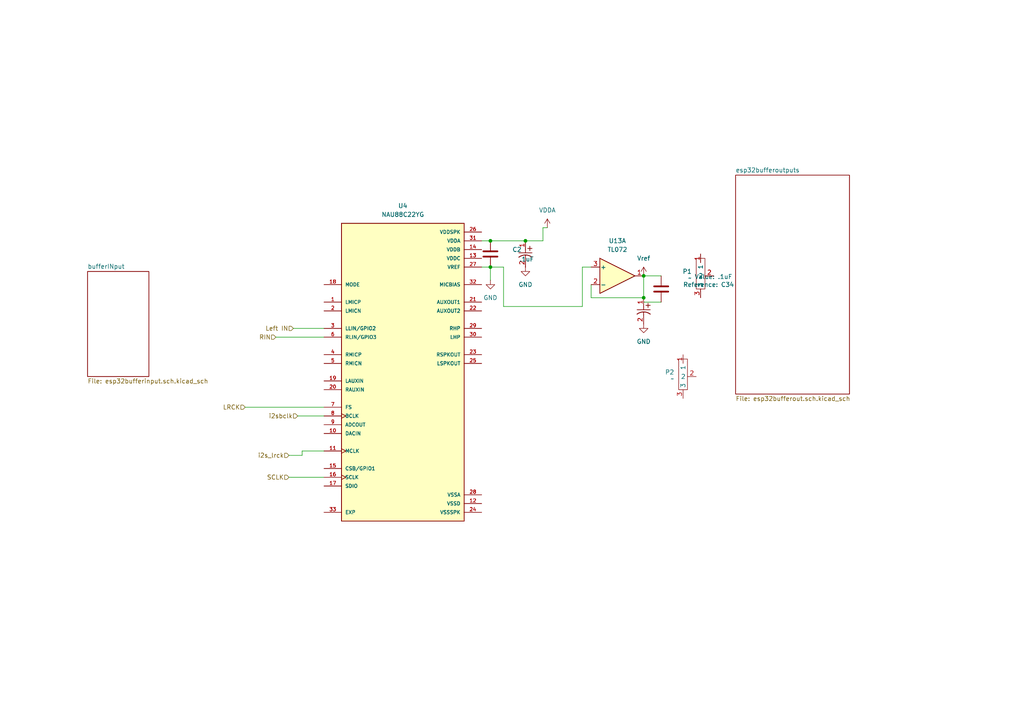
<source format=kicad_sch>
(kicad_sch
	(version 20231120)
	(generator "eeschema")
	(generator_version "8.0")
	(uuid "67002c90-dfcc-4cde-90c5-2154fe4364b2")
	(paper "A4")
	(lib_symbols
		(symbol "Amplifier_Operational:TL072"
			(pin_names
				(offset 0.127)
			)
			(exclude_from_sim no)
			(in_bom yes)
			(on_board yes)
			(property "Reference" "U"
				(at 0 5.08 0)
				(effects
					(font
						(size 1.27 1.27)
					)
					(justify left)
				)
			)
			(property "Value" "TL072"
				(at 0 -5.08 0)
				(effects
					(font
						(size 1.27 1.27)
					)
					(justify left)
				)
			)
			(property "Footprint" ""
				(at 0 0 0)
				(effects
					(font
						(size 1.27 1.27)
					)
					(hide yes)
				)
			)
			(property "Datasheet" "http://www.ti.com/lit/ds/symlink/tl071.pdf"
				(at 0 0 0)
				(effects
					(font
						(size 1.27 1.27)
					)
					(hide yes)
				)
			)
			(property "Description" "Dual Low-Noise JFET-Input Operational Amplifiers, DIP-8/SOIC-8"
				(at 0 0 0)
				(effects
					(font
						(size 1.27 1.27)
					)
					(hide yes)
				)
			)
			(property "ki_locked" ""
				(at 0 0 0)
				(effects
					(font
						(size 1.27 1.27)
					)
				)
			)
			(property "ki_keywords" "dual opamp"
				(at 0 0 0)
				(effects
					(font
						(size 1.27 1.27)
					)
					(hide yes)
				)
			)
			(property "ki_fp_filters" "SOIC*3.9x4.9mm*P1.27mm* DIP*W7.62mm* TO*99* OnSemi*Micro8* TSSOP*3x3mm*P0.65mm* TSSOP*4.4x3mm*P0.65mm* MSOP*3x3mm*P0.65mm* SSOP*3.9x4.9mm*P0.635mm* LFCSP*2x2mm*P0.5mm* *SIP* SOIC*5.3x6.2mm*P1.27mm*"
				(at 0 0 0)
				(effects
					(font
						(size 1.27 1.27)
					)
					(hide yes)
				)
			)
			(symbol "TL072_1_1"
				(polyline
					(pts
						(xy -5.08 5.08) (xy 5.08 0) (xy -5.08 -5.08) (xy -5.08 5.08)
					)
					(stroke
						(width 0.254)
						(type default)
					)
					(fill
						(type background)
					)
				)
				(pin output line
					(at 7.62 0 180)
					(length 2.54)
					(name "~"
						(effects
							(font
								(size 1.27 1.27)
							)
						)
					)
					(number "1"
						(effects
							(font
								(size 1.27 1.27)
							)
						)
					)
				)
				(pin input line
					(at -7.62 -2.54 0)
					(length 2.54)
					(name "-"
						(effects
							(font
								(size 1.27 1.27)
							)
						)
					)
					(number "2"
						(effects
							(font
								(size 1.27 1.27)
							)
						)
					)
				)
				(pin input line
					(at -7.62 2.54 0)
					(length 2.54)
					(name "+"
						(effects
							(font
								(size 1.27 1.27)
							)
						)
					)
					(number "3"
						(effects
							(font
								(size 1.27 1.27)
							)
						)
					)
				)
			)
			(symbol "TL072_2_1"
				(polyline
					(pts
						(xy -5.08 5.08) (xy 5.08 0) (xy -5.08 -5.08) (xy -5.08 5.08)
					)
					(stroke
						(width 0.254)
						(type default)
					)
					(fill
						(type background)
					)
				)
				(pin input line
					(at -7.62 2.54 0)
					(length 2.54)
					(name "+"
						(effects
							(font
								(size 1.27 1.27)
							)
						)
					)
					(number "5"
						(effects
							(font
								(size 1.27 1.27)
							)
						)
					)
				)
				(pin input line
					(at -7.62 -2.54 0)
					(length 2.54)
					(name "-"
						(effects
							(font
								(size 1.27 1.27)
							)
						)
					)
					(number "6"
						(effects
							(font
								(size 1.27 1.27)
							)
						)
					)
				)
				(pin output line
					(at 7.62 0 180)
					(length 2.54)
					(name "~"
						(effects
							(font
								(size 1.27 1.27)
							)
						)
					)
					(number "7"
						(effects
							(font
								(size 1.27 1.27)
							)
						)
					)
				)
			)
			(symbol "TL072_3_1"
				(pin power_in line
					(at -2.54 -7.62 90)
					(length 3.81)
					(name "V-"
						(effects
							(font
								(size 1.27 1.27)
							)
						)
					)
					(number "4"
						(effects
							(font
								(size 1.27 1.27)
							)
						)
					)
				)
				(pin power_in line
					(at -2.54 7.62 270)
					(length 3.81)
					(name "V+"
						(effects
							(font
								(size 1.27 1.27)
							)
						)
					)
					(number "8"
						(effects
							(font
								(size 1.27 1.27)
							)
						)
					)
				)
			)
		)
		(symbol "Device:C"
			(pin_numbers hide)
			(pin_names
				(offset 0.254)
			)
			(exclude_from_sim no)
			(in_bom yes)
			(on_board yes)
			(property "Reference" "C"
				(at 0.635 2.54 0)
				(effects
					(font
						(size 1.27 1.27)
					)
					(justify left)
				)
			)
			(property "Value" "C"
				(at 0.635 -2.54 0)
				(effects
					(font
						(size 1.27 1.27)
					)
					(justify left)
				)
			)
			(property "Footprint" ""
				(at 0.9652 -3.81 0)
				(effects
					(font
						(size 1.27 1.27)
					)
					(hide yes)
				)
			)
			(property "Datasheet" "~"
				(at 0 0 0)
				(effects
					(font
						(size 1.27 1.27)
					)
					(hide yes)
				)
			)
			(property "Description" "Unpolarized capacitor"
				(at 0 0 0)
				(effects
					(font
						(size 1.27 1.27)
					)
					(hide yes)
				)
			)
			(property "ki_keywords" "cap capacitor"
				(at 0 0 0)
				(effects
					(font
						(size 1.27 1.27)
					)
					(hide yes)
				)
			)
			(property "ki_fp_filters" "C_*"
				(at 0 0 0)
				(effects
					(font
						(size 1.27 1.27)
					)
					(hide yes)
				)
			)
			(symbol "C_0_1"
				(polyline
					(pts
						(xy -2.032 -0.762) (xy 2.032 -0.762)
					)
					(stroke
						(width 0.508)
						(type default)
					)
					(fill
						(type none)
					)
				)
				(polyline
					(pts
						(xy -2.032 0.762) (xy 2.032 0.762)
					)
					(stroke
						(width 0.508)
						(type default)
					)
					(fill
						(type none)
					)
				)
			)
			(symbol "C_1_1"
				(pin passive line
					(at 0 3.81 270)
					(length 2.794)
					(name "~"
						(effects
							(font
								(size 1.27 1.27)
							)
						)
					)
					(number "1"
						(effects
							(font
								(size 1.27 1.27)
							)
						)
					)
				)
				(pin passive line
					(at 0 -3.81 90)
					(length 2.794)
					(name "~"
						(effects
							(font
								(size 1.27 1.27)
							)
						)
					)
					(number "2"
						(effects
							(font
								(size 1.27 1.27)
							)
						)
					)
				)
			)
		)
		(symbol "esp32lib:Pot"
			(exclude_from_sim no)
			(in_bom yes)
			(on_board yes)
			(property "Reference" "P"
				(at 2.032 2.286 0)
				(effects
					(font
						(size 1.27 1.27)
					)
				)
			)
			(property "Value" ""
				(at 0 0 0)
				(effects
					(font
						(size 1.27 1.27)
					)
				)
			)
			(property "Footprint" "9mmsonghuie"
				(at 12.192 -5.842 0)
				(effects
					(font
						(size 1.27 1.27)
					)
					(hide yes)
				)
			)
			(property "Datasheet" ""
				(at 0 0 0)
				(effects
					(font
						(size 1.27 1.27)
					)
					(hide yes)
				)
			)
			(property "Description" ""
				(at 0 0 0)
				(effects
					(font
						(size 1.27 1.27)
					)
					(hide yes)
				)
			)
			(property "ki_keywords" "9mmPotSongHuie"
				(at 0 0 0)
				(effects
					(font
						(size 1.27 1.27)
					)
					(hide yes)
				)
			)
			(symbol "Pot_0_1"
				(rectangle
					(start -1.27 3.81)
					(end 1.27 -5.08)
					(stroke
						(width 0)
						(type default)
					)
					(fill
						(type none)
					)
				)
			)
			(symbol "Pot_1_1"
				(pin input line
					(at 0 5.08 270)
					(length 2.54)
					(name "1"
						(effects
							(font
								(size 1.27 1.27)
							)
						)
					)
					(number "1"
						(effects
							(font
								(size 1.27 1.27)
							)
						)
					)
				)
				(pin input line
					(at 3.81 -1.27 180)
					(length 2.54)
					(name "2"
						(effects
							(font
								(size 1.27 1.27)
							)
						)
					)
					(number "2"
						(effects
							(font
								(size 1.27 1.27)
							)
						)
					)
				)
				(pin input line
					(at 0 -7.62 90)
					(length 2.54)
					(name "3"
						(effects
							(font
								(size 1.27 1.27)
							)
						)
					)
					(number "3"
						(effects
							(font
								(size 1.27 1.27)
							)
						)
					)
				)
			)
		)
		(symbol "esp32lib:T491C106M025AT7280"
			(pin_names
				(offset 0.254)
			)
			(exclude_from_sim no)
			(in_bom yes)
			(on_board yes)
			(property "Reference" "C"
				(at 3.81 3.81 0)
				(effects
					(font
						(size 1.524 1.524)
					)
				)
			)
			(property "Value" "T491C106M025AT7280"
				(at 3.81 -3.81 0)
				(effects
					(font
						(size 1.524 1.524)
					)
				)
			)
			(property "Footprint" "customfootprints:10uFtantcap"
				(at 0 0 0)
				(effects
					(font
						(size 1.27 1.27)
						(italic yes)
					)
					(hide yes)
				)
			)
			(property "Datasheet" "T491C106M025AT7280"
				(at 0 0 0)
				(effects
					(font
						(size 1.27 1.27)
						(italic yes)
					)
					(hide yes)
				)
			)
			(property "Description" ""
				(at 0 0 0)
				(effects
					(font
						(size 1.27 1.27)
					)
					(hide yes)
				)
			)
			(property "ki_keywords" "10uFtantcap"
				(at 0 0 0)
				(effects
					(font
						(size 1.27 1.27)
					)
					(hide yes)
				)
			)
			(property "ki_fp_filters" "CAPMP6.3X3.2_2.8N_KEM CAPMP6.3X3.2_2.8N_KEM-M CAPMP6.3X3.2_2.8N_KEM-L"
				(at 0 0 0)
				(effects
					(font
						(size 1.27 1.27)
					)
					(hide yes)
				)
			)
			(symbol "T491C106M025AT7280_1_1"
				(polyline
					(pts
						(xy 1.5748 1.27) (xy 2.8448 1.27)
					)
					(stroke
						(width 0.2032)
						(type default)
					)
					(fill
						(type none)
					)
				)
				(polyline
					(pts
						(xy 2.2098 0.635) (xy 2.2098 1.905)
					)
					(stroke
						(width 0.2032)
						(type default)
					)
					(fill
						(type none)
					)
				)
				(polyline
					(pts
						(xy 2.54 0) (xy 3.4798 0)
					)
					(stroke
						(width 0.2032)
						(type default)
					)
					(fill
						(type none)
					)
				)
				(polyline
					(pts
						(xy 3.4798 -1.905) (xy 3.4798 1.905)
					)
					(stroke
						(width 0.2032)
						(type default)
					)
					(fill
						(type none)
					)
				)
				(polyline
					(pts
						(xy 4.1148 0) (xy 5.08 0)
					)
					(stroke
						(width 0.2032)
						(type default)
					)
					(fill
						(type none)
					)
				)
				(arc
					(start 4.7541 1.9108)
					(mid 4.1148 0)
					(end 4.7541 -1.9108)
					(stroke
						(width 0.254)
						(type default)
					)
					(fill
						(type none)
					)
				)
				(pin unspecified line
					(at 0 0 0)
					(length 2.54)
					(name ""
						(effects
							(font
								(size 1.27 1.27)
							)
						)
					)
					(number "1"
						(effects
							(font
								(size 1.27 1.27)
							)
						)
					)
				)
				(pin unspecified line
					(at 7.62 0 180)
					(length 2.54)
					(name ""
						(effects
							(font
								(size 1.27 1.27)
							)
						)
					)
					(number "2"
						(effects
							(font
								(size 1.27 1.27)
							)
						)
					)
				)
			)
			(symbol "T491C106M025AT7280_1_2"
				(polyline
					(pts
						(xy -1.905 -3.4798) (xy 1.905 -3.4798)
					)
					(stroke
						(width 0.2032)
						(type default)
					)
					(fill
						(type none)
					)
				)
				(polyline
					(pts
						(xy 0 -4.1148) (xy 0 -5.08)
					)
					(stroke
						(width 0.2032)
						(type default)
					)
					(fill
						(type none)
					)
				)
				(polyline
					(pts
						(xy 0 -2.54) (xy 0 -3.4798)
					)
					(stroke
						(width 0.2032)
						(type default)
					)
					(fill
						(type none)
					)
				)
				(polyline
					(pts
						(xy 0.635 -2.2098) (xy 1.905 -2.2098)
					)
					(stroke
						(width 0.2032)
						(type default)
					)
					(fill
						(type none)
					)
				)
				(polyline
					(pts
						(xy 1.27 -1.5748) (xy 1.27 -2.8448)
					)
					(stroke
						(width 0.2032)
						(type default)
					)
					(fill
						(type none)
					)
				)
				(arc
					(start 1.9108 -4.7541)
					(mid 0 -4.1148)
					(end -1.9108 -4.7541)
					(stroke
						(width 0.254)
						(type default)
					)
					(fill
						(type none)
					)
				)
				(pin unspecified line
					(at 0 0 270)
					(length 2.54)
					(name ""
						(effects
							(font
								(size 1.27 1.27)
							)
						)
					)
					(number "1"
						(effects
							(font
								(size 1.27 1.27)
							)
						)
					)
				)
				(pin unspecified line
					(at 0 -7.62 90)
					(length 2.54)
					(name ""
						(effects
							(font
								(size 1.27 1.27)
							)
						)
					)
					(number "2"
						(effects
							(font
								(size 1.27 1.27)
							)
						)
					)
				)
			)
		)
		(symbol "modcaneuro:NAU88C22YG"
			(pin_names
				(offset 1.016)
			)
			(exclude_from_sim no)
			(in_bom yes)
			(on_board yes)
			(property "Reference" "U"
				(at -17.78 45.72 0)
				(effects
					(font
						(size 1.27 1.27)
					)
					(justify left top)
				)
			)
			(property "Value" "NAU88C22YG"
				(at -17.78 -45.72 0)
				(effects
					(font
						(size 1.27 1.27)
					)
					(justify left bottom)
				)
			)
			(property "Footprint" "customfootprints:nau88c22"
				(at 0 0 0)
				(effects
					(font
						(size 1.27 1.27)
					)
					(justify bottom)
					(hide yes)
				)
			)
			(property "Datasheet" ""
				(at 0 0 0)
				(effects
					(font
						(size 1.27 1.27)
					)
					(hide yes)
				)
			)
			(property "Description" ""
				(at 0 0 0)
				(effects
					(font
						(size 1.27 1.27)
					)
					(hide yes)
				)
			)
			(property "PARTREV" "3.3"
				(at 0 0 0)
				(effects
					(font
						(size 1.27 1.27)
					)
					(justify bottom)
					(hide yes)
				)
			)
			(property "STANDARD" "Manufacturer Recommendations"
				(at 0 0 0)
				(effects
					(font
						(size 1.27 1.27)
					)
					(justify bottom)
					(hide yes)
				)
			)
			(property "MAXIMUM_PACKAGE_HEIGHT" "0.80mm"
				(at 0 0 0)
				(effects
					(font
						(size 1.27 1.27)
					)
					(justify bottom)
					(hide yes)
				)
			)
			(property "MANUFACTURER" "Nuvoton"
				(at 0 0 0)
				(effects
					(font
						(size 1.27 1.27)
					)
					(justify bottom)
					(hide yes)
				)
			)
			(symbol "NAU88C22YG_0_0"
				(rectangle
					(start -17.78 -43.18)
					(end 17.78 43.18)
					(stroke
						(width 0.254)
						(type default)
					)
					(fill
						(type background)
					)
				)
				(pin input line
					(at -22.86 20.32 0)
					(length 5.08)
					(name "LMICP"
						(effects
							(font
								(size 1.016 1.016)
							)
						)
					)
					(number "1"
						(effects
							(font
								(size 1.016 1.016)
							)
						)
					)
				)
				(pin input line
					(at -22.86 -17.78 0)
					(length 5.08)
					(name "DACIN"
						(effects
							(font
								(size 1.016 1.016)
							)
						)
					)
					(number "10"
						(effects
							(font
								(size 1.016 1.016)
							)
						)
					)
				)
				(pin input clock
					(at -22.86 -22.86 0)
					(length 5.08)
					(name "MCLK"
						(effects
							(font
								(size 1.016 1.016)
							)
						)
					)
					(number "11"
						(effects
							(font
								(size 1.016 1.016)
							)
						)
					)
				)
				(pin power_in line
					(at 22.86 -38.1 180)
					(length 5.08)
					(name "VSSD"
						(effects
							(font
								(size 1.016 1.016)
							)
						)
					)
					(number "12"
						(effects
							(font
								(size 1.016 1.016)
							)
						)
					)
				)
				(pin power_in line
					(at 22.86 33.02 180)
					(length 5.08)
					(name "VDDC"
						(effects
							(font
								(size 1.016 1.016)
							)
						)
					)
					(number "13"
						(effects
							(font
								(size 1.016 1.016)
							)
						)
					)
				)
				(pin power_in line
					(at 22.86 35.56 180)
					(length 5.08)
					(name "VDDB"
						(effects
							(font
								(size 1.016 1.016)
							)
						)
					)
					(number "14"
						(effects
							(font
								(size 1.016 1.016)
							)
						)
					)
				)
				(pin bidirectional line
					(at -22.86 -27.94 0)
					(length 5.08)
					(name "CSB/GPIO1"
						(effects
							(font
								(size 1.016 1.016)
							)
						)
					)
					(number "15"
						(effects
							(font
								(size 1.016 1.016)
							)
						)
					)
				)
				(pin input clock
					(at -22.86 -30.48 0)
					(length 5.08)
					(name "SCLK"
						(effects
							(font
								(size 1.016 1.016)
							)
						)
					)
					(number "16"
						(effects
							(font
								(size 1.016 1.016)
							)
						)
					)
				)
				(pin bidirectional line
					(at -22.86 -33.02 0)
					(length 5.08)
					(name "SDIO"
						(effects
							(font
								(size 1.016 1.016)
							)
						)
					)
					(number "17"
						(effects
							(font
								(size 1.016 1.016)
							)
						)
					)
				)
				(pin input line
					(at -22.86 25.4 0)
					(length 5.08)
					(name "MODE"
						(effects
							(font
								(size 1.016 1.016)
							)
						)
					)
					(number "18"
						(effects
							(font
								(size 1.016 1.016)
							)
						)
					)
				)
				(pin input line
					(at -22.86 -2.54 0)
					(length 5.08)
					(name "LAUXIN"
						(effects
							(font
								(size 1.016 1.016)
							)
						)
					)
					(number "19"
						(effects
							(font
								(size 1.016 1.016)
							)
						)
					)
				)
				(pin input line
					(at -22.86 17.78 0)
					(length 5.08)
					(name "LMICN"
						(effects
							(font
								(size 1.016 1.016)
							)
						)
					)
					(number "2"
						(effects
							(font
								(size 1.016 1.016)
							)
						)
					)
				)
				(pin input line
					(at -22.86 -5.08 0)
					(length 5.08)
					(name "RAUXIN"
						(effects
							(font
								(size 1.016 1.016)
							)
						)
					)
					(number "20"
						(effects
							(font
								(size 1.016 1.016)
							)
						)
					)
				)
				(pin output line
					(at 22.86 20.32 180)
					(length 5.08)
					(name "AUXOUT1"
						(effects
							(font
								(size 1.016 1.016)
							)
						)
					)
					(number "21"
						(effects
							(font
								(size 1.016 1.016)
							)
						)
					)
				)
				(pin output line
					(at 22.86 17.78 180)
					(length 5.08)
					(name "AUXOUT2"
						(effects
							(font
								(size 1.016 1.016)
							)
						)
					)
					(number "22"
						(effects
							(font
								(size 1.016 1.016)
							)
						)
					)
				)
				(pin output line
					(at 22.86 5.08 180)
					(length 5.08)
					(name "RSPKOUT"
						(effects
							(font
								(size 1.016 1.016)
							)
						)
					)
					(number "23"
						(effects
							(font
								(size 1.016 1.016)
							)
						)
					)
				)
				(pin power_in line
					(at 22.86 -40.64 180)
					(length 5.08)
					(name "VSSSPK"
						(effects
							(font
								(size 1.016 1.016)
							)
						)
					)
					(number "24"
						(effects
							(font
								(size 1.016 1.016)
							)
						)
					)
				)
				(pin output line
					(at 22.86 2.54 180)
					(length 5.08)
					(name "LSPKOUT"
						(effects
							(font
								(size 1.016 1.016)
							)
						)
					)
					(number "25"
						(effects
							(font
								(size 1.016 1.016)
							)
						)
					)
				)
				(pin power_in line
					(at 22.86 40.64 180)
					(length 5.08)
					(name "VDDSPK"
						(effects
							(font
								(size 1.016 1.016)
							)
						)
					)
					(number "26"
						(effects
							(font
								(size 1.016 1.016)
							)
						)
					)
				)
				(pin power_in line
					(at 22.86 30.48 180)
					(length 5.08)
					(name "VREF"
						(effects
							(font
								(size 1.016 1.016)
							)
						)
					)
					(number "27"
						(effects
							(font
								(size 1.016 1.016)
							)
						)
					)
				)
				(pin power_in line
					(at 22.86 -35.56 180)
					(length 5.08)
					(name "VSSA"
						(effects
							(font
								(size 1.016 1.016)
							)
						)
					)
					(number "28"
						(effects
							(font
								(size 1.016 1.016)
							)
						)
					)
				)
				(pin output line
					(at 22.86 12.7 180)
					(length 5.08)
					(name "RHP"
						(effects
							(font
								(size 1.016 1.016)
							)
						)
					)
					(number "29"
						(effects
							(font
								(size 1.016 1.016)
							)
						)
					)
				)
				(pin bidirectional line
					(at -22.86 12.7 0)
					(length 5.08)
					(name "LLIN/GPIO2"
						(effects
							(font
								(size 1.016 1.016)
							)
						)
					)
					(number "3"
						(effects
							(font
								(size 1.016 1.016)
							)
						)
					)
				)
				(pin output line
					(at 22.86 10.16 180)
					(length 5.08)
					(name "LHP"
						(effects
							(font
								(size 1.016 1.016)
							)
						)
					)
					(number "30"
						(effects
							(font
								(size 1.016 1.016)
							)
						)
					)
				)
				(pin power_in line
					(at 22.86 38.1 180)
					(length 5.08)
					(name "VDDA"
						(effects
							(font
								(size 1.016 1.016)
							)
						)
					)
					(number "31"
						(effects
							(font
								(size 1.016 1.016)
							)
						)
					)
				)
				(pin output line
					(at 22.86 25.4 180)
					(length 5.08)
					(name "MICBIAS"
						(effects
							(font
								(size 1.016 1.016)
							)
						)
					)
					(number "32"
						(effects
							(font
								(size 1.016 1.016)
							)
						)
					)
				)
				(pin passive line
					(at -22.86 -40.64 0)
					(length 5.08)
					(name "EXP"
						(effects
							(font
								(size 1.016 1.016)
							)
						)
					)
					(number "33"
						(effects
							(font
								(size 1.016 1.016)
							)
						)
					)
				)
				(pin input line
					(at -22.86 5.08 0)
					(length 5.08)
					(name "RMICP"
						(effects
							(font
								(size 1.016 1.016)
							)
						)
					)
					(number "4"
						(effects
							(font
								(size 1.016 1.016)
							)
						)
					)
				)
				(pin input line
					(at -22.86 2.54 0)
					(length 5.08)
					(name "RMICN"
						(effects
							(font
								(size 1.016 1.016)
							)
						)
					)
					(number "5"
						(effects
							(font
								(size 1.016 1.016)
							)
						)
					)
				)
				(pin bidirectional line
					(at -22.86 10.16 0)
					(length 5.08)
					(name "RLIN/GPIO3"
						(effects
							(font
								(size 1.016 1.016)
							)
						)
					)
					(number "6"
						(effects
							(font
								(size 1.016 1.016)
							)
						)
					)
				)
				(pin bidirectional line
					(at -22.86 -10.16 0)
					(length 5.08)
					(name "FS"
						(effects
							(font
								(size 1.016 1.016)
							)
						)
					)
					(number "7"
						(effects
							(font
								(size 1.016 1.016)
							)
						)
					)
				)
				(pin bidirectional clock
					(at -22.86 -12.7 0)
					(length 5.08)
					(name "BCLK"
						(effects
							(font
								(size 1.016 1.016)
							)
						)
					)
					(number "8"
						(effects
							(font
								(size 1.016 1.016)
							)
						)
					)
				)
				(pin output line
					(at -22.86 -15.24 0)
					(length 5.08)
					(name "ADCOUT"
						(effects
							(font
								(size 1.016 1.016)
							)
						)
					)
					(number "9"
						(effects
							(font
								(size 1.016 1.016)
							)
						)
					)
				)
			)
		)
		(symbol "power:GND"
			(power)
			(pin_numbers hide)
			(pin_names
				(offset 0) hide)
			(exclude_from_sim no)
			(in_bom yes)
			(on_board yes)
			(property "Reference" "#PWR"
				(at 0 -6.35 0)
				(effects
					(font
						(size 1.27 1.27)
					)
					(hide yes)
				)
			)
			(property "Value" "GND"
				(at 0 -3.81 0)
				(effects
					(font
						(size 1.27 1.27)
					)
				)
			)
			(property "Footprint" ""
				(at 0 0 0)
				(effects
					(font
						(size 1.27 1.27)
					)
					(hide yes)
				)
			)
			(property "Datasheet" ""
				(at 0 0 0)
				(effects
					(font
						(size 1.27 1.27)
					)
					(hide yes)
				)
			)
			(property "Description" "Power symbol creates a global label with name \"GND\" , ground"
				(at 0 0 0)
				(effects
					(font
						(size 1.27 1.27)
					)
					(hide yes)
				)
			)
			(property "ki_keywords" "global power"
				(at 0 0 0)
				(effects
					(font
						(size 1.27 1.27)
					)
					(hide yes)
				)
			)
			(symbol "GND_0_1"
				(polyline
					(pts
						(xy 0 0) (xy 0 -1.27) (xy 1.27 -1.27) (xy 0 -2.54) (xy -1.27 -1.27) (xy 0 -1.27)
					)
					(stroke
						(width 0)
						(type default)
					)
					(fill
						(type none)
					)
				)
			)
			(symbol "GND_1_1"
				(pin power_in line
					(at 0 0 270)
					(length 0)
					(name "~"
						(effects
							(font
								(size 1.27 1.27)
							)
						)
					)
					(number "1"
						(effects
							(font
								(size 1.27 1.27)
							)
						)
					)
				)
			)
		)
		(symbol "power:VDD"
			(power)
			(pin_numbers hide)
			(pin_names
				(offset 0) hide)
			(exclude_from_sim no)
			(in_bom yes)
			(on_board yes)
			(property "Reference" "#PWR"
				(at 0 -3.81 0)
				(effects
					(font
						(size 1.27 1.27)
					)
					(hide yes)
				)
			)
			(property "Value" "VDD"
				(at 0 3.556 0)
				(effects
					(font
						(size 1.27 1.27)
					)
				)
			)
			(property "Footprint" ""
				(at 0 0 0)
				(effects
					(font
						(size 1.27 1.27)
					)
					(hide yes)
				)
			)
			(property "Datasheet" ""
				(at 0 0 0)
				(effects
					(font
						(size 1.27 1.27)
					)
					(hide yes)
				)
			)
			(property "Description" "Power symbol creates a global label with name \"VDD\""
				(at 0 0 0)
				(effects
					(font
						(size 1.27 1.27)
					)
					(hide yes)
				)
			)
			(property "ki_keywords" "global power"
				(at 0 0 0)
				(effects
					(font
						(size 1.27 1.27)
					)
					(hide yes)
				)
			)
			(symbol "VDD_0_1"
				(polyline
					(pts
						(xy -0.762 1.27) (xy 0 2.54)
					)
					(stroke
						(width 0)
						(type default)
					)
					(fill
						(type none)
					)
				)
				(polyline
					(pts
						(xy 0 0) (xy 0 2.54)
					)
					(stroke
						(width 0)
						(type default)
					)
					(fill
						(type none)
					)
				)
				(polyline
					(pts
						(xy 0 2.54) (xy 0.762 1.27)
					)
					(stroke
						(width 0)
						(type default)
					)
					(fill
						(type none)
					)
				)
			)
			(symbol "VDD_1_1"
				(pin power_in line
					(at 0 0 90)
					(length 0)
					(name "~"
						(effects
							(font
								(size 1.27 1.27)
							)
						)
					)
					(number "1"
						(effects
							(font
								(size 1.27 1.27)
							)
						)
					)
				)
			)
		)
		(symbol "power:VDDA"
			(power)
			(pin_numbers hide)
			(pin_names
				(offset 0) hide)
			(exclude_from_sim no)
			(in_bom yes)
			(on_board yes)
			(property "Reference" "#PWR"
				(at 0 -3.81 0)
				(effects
					(font
						(size 1.27 1.27)
					)
					(hide yes)
				)
			)
			(property "Value" "VDDA"
				(at 0 3.556 0)
				(effects
					(font
						(size 1.27 1.27)
					)
				)
			)
			(property "Footprint" ""
				(at 0 0 0)
				(effects
					(font
						(size 1.27 1.27)
					)
					(hide yes)
				)
			)
			(property "Datasheet" ""
				(at 0 0 0)
				(effects
					(font
						(size 1.27 1.27)
					)
					(hide yes)
				)
			)
			(property "Description" "Power symbol creates a global label with name \"VDDA\""
				(at 0 0 0)
				(effects
					(font
						(size 1.27 1.27)
					)
					(hide yes)
				)
			)
			(property "ki_keywords" "global power"
				(at 0 0 0)
				(effects
					(font
						(size 1.27 1.27)
					)
					(hide yes)
				)
			)
			(symbol "VDDA_0_1"
				(polyline
					(pts
						(xy -0.762 1.27) (xy 0 2.54)
					)
					(stroke
						(width 0)
						(type default)
					)
					(fill
						(type none)
					)
				)
				(polyline
					(pts
						(xy 0 0) (xy 0 2.54)
					)
					(stroke
						(width 0)
						(type default)
					)
					(fill
						(type none)
					)
				)
				(polyline
					(pts
						(xy 0 2.54) (xy 0.762 1.27)
					)
					(stroke
						(width 0)
						(type default)
					)
					(fill
						(type none)
					)
				)
			)
			(symbol "VDDA_1_1"
				(pin power_in line
					(at 0 0 90)
					(length 0)
					(name "~"
						(effects
							(font
								(size 1.27 1.27)
							)
						)
					)
					(number "1"
						(effects
							(font
								(size 1.27 1.27)
							)
						)
					)
				)
			)
		)
	)
	(junction
		(at 186.69 86.36)
		(diameter 0)
		(color 0 0 0 0)
		(uuid "2ac97056-bd45-4c5c-a7ba-0597ed28cac2")
	)
	(junction
		(at 142.24 69.85)
		(diameter 0)
		(color 0 0 0 0)
		(uuid "4de0ec7e-5fcc-4c15-b10e-a8aa79707fd5")
	)
	(junction
		(at 186.69 80.01)
		(diameter 0)
		(color 0 0 0 0)
		(uuid "9d5e978e-26ac-4096-bc73-6e95f69ddb69")
	)
	(junction
		(at 142.24 77.47)
		(diameter 0)
		(color 0 0 0 0)
		(uuid "b84099e9-50c0-4bb1-b617-7f82b858e27f")
	)
	(junction
		(at 152.4 69.85)
		(diameter 0)
		(color 0 0 0 0)
		(uuid "d55011d1-2fd0-4226-b75a-001d51515b35")
	)
	(wire
		(pts
			(xy 157.48 66.04) (xy 158.75 66.04)
		)
		(stroke
			(width 0)
			(type default)
		)
		(uuid "07bbf945-0fbe-452b-889b-f94f3dc22d1d")
	)
	(wire
		(pts
			(xy 142.24 77.47) (xy 146.05 77.47)
		)
		(stroke
			(width 0)
			(type default)
		)
		(uuid "3b51fb2a-3ccb-4e6e-a2c0-62360ac0050a")
	)
	(wire
		(pts
			(xy 186.69 80.01) (xy 191.77 80.01)
		)
		(stroke
			(width 0)
			(type default)
		)
		(uuid "419edb4f-ca50-4959-a2bf-55a0e8699f77")
	)
	(wire
		(pts
			(xy 87.63 132.08) (xy 87.63 130.81)
		)
		(stroke
			(width 0)
			(type default)
		)
		(uuid "424a139c-082c-4c42-85bd-61b16a4bec97")
	)
	(wire
		(pts
			(xy 171.45 82.55) (xy 171.45 86.36)
		)
		(stroke
			(width 0)
			(type default)
		)
		(uuid "51ccd108-a022-48fc-8c14-bbdd6d97aa30")
	)
	(wire
		(pts
			(xy 157.48 66.04) (xy 157.48 69.85)
		)
		(stroke
			(width 0)
			(type default)
		)
		(uuid "581832f5-9f02-407a-80c0-81f7a4ceebe9")
	)
	(wire
		(pts
			(xy 171.45 86.36) (xy 186.69 86.36)
		)
		(stroke
			(width 0)
			(type default)
		)
		(uuid "60ac5673-c90a-40ef-a2fc-b65e7c298a3a")
	)
	(wire
		(pts
			(xy 87.63 130.81) (xy 93.98 130.81)
		)
		(stroke
			(width 0)
			(type default)
		)
		(uuid "653ccb6d-9b59-45fd-a4e4-23f42bd38470")
	)
	(wire
		(pts
			(xy 186.69 87.63) (xy 191.77 87.63)
		)
		(stroke
			(width 0)
			(type default)
		)
		(uuid "66bac325-214d-4e60-9ff5-5e12dc93cfe4")
	)
	(wire
		(pts
			(xy 83.82 138.43) (xy 93.98 138.43)
		)
		(stroke
			(width 0)
			(type default)
		)
		(uuid "67ff0f8f-58c5-41c0-b853-b561a1b6f0c7")
	)
	(wire
		(pts
			(xy 139.7 69.85) (xy 142.24 69.85)
		)
		(stroke
			(width 0)
			(type default)
		)
		(uuid "6b539910-e550-4b45-87f0-80fd79bd3eec")
	)
	(wire
		(pts
			(xy 71.12 118.11) (xy 93.98 118.11)
		)
		(stroke
			(width 0)
			(type default)
		)
		(uuid "6de7fd66-28a2-4084-a621-6490dc0ff589")
	)
	(wire
		(pts
			(xy 139.7 77.47) (xy 142.24 77.47)
		)
		(stroke
			(width 0)
			(type default)
		)
		(uuid "793ebb4e-87e7-410b-867c-f3a698920b7e")
	)
	(wire
		(pts
			(xy 86.36 120.65) (xy 93.98 120.65)
		)
		(stroke
			(width 0)
			(type default)
		)
		(uuid "7de2dfb3-9e04-4adc-b986-a10a178568e2")
	)
	(wire
		(pts
			(xy 186.69 86.36) (xy 186.69 80.01)
		)
		(stroke
			(width 0)
			(type default)
		)
		(uuid "8d0d3d08-261b-4e93-9a84-6633dcd6b17e")
	)
	(wire
		(pts
			(xy 146.05 88.9) (xy 168.91 88.9)
		)
		(stroke
			(width 0)
			(type default)
		)
		(uuid "a0555611-a027-42dd-8060-d04140d918e9")
	)
	(wire
		(pts
			(xy 85.09 95.25) (xy 93.98 95.25)
		)
		(stroke
			(width 0)
			(type default)
		)
		(uuid "a5088b8a-c9d1-4ddb-82ff-cf3d1d6cc4de")
	)
	(wire
		(pts
			(xy 168.91 77.47) (xy 171.45 77.47)
		)
		(stroke
			(width 0)
			(type default)
		)
		(uuid "a8dc04c2-6516-4fb3-9e8f-f55e0e6d0f3a")
	)
	(wire
		(pts
			(xy 83.82 132.08) (xy 87.63 132.08)
		)
		(stroke
			(width 0)
			(type default)
		)
		(uuid "ae654c9d-5d35-4d8b-b412-31978909da4e")
	)
	(wire
		(pts
			(xy 146.05 77.47) (xy 146.05 88.9)
		)
		(stroke
			(width 0)
			(type default)
		)
		(uuid "c60326b0-31a8-4ad5-8593-9ed0d056631f")
	)
	(wire
		(pts
			(xy 142.24 81.28) (xy 142.24 77.47)
		)
		(stroke
			(width 0)
			(type default)
		)
		(uuid "da50864e-9517-4adc-aeb3-57ed93ee09a2")
	)
	(wire
		(pts
			(xy 80.01 97.79) (xy 93.98 97.79)
		)
		(stroke
			(width 0)
			(type default)
		)
		(uuid "dba2ea1b-f712-4334-b65d-f4249d0f354b")
	)
	(wire
		(pts
			(xy 168.91 88.9) (xy 168.91 77.47)
		)
		(stroke
			(width 0)
			(type default)
		)
		(uuid "dcf34052-9ed5-45a6-a0b2-c0391efa69eb")
	)
	(wire
		(pts
			(xy 157.48 69.85) (xy 152.4 69.85)
		)
		(stroke
			(width 0)
			(type default)
		)
		(uuid "f9396d1c-8c6b-4bc1-9c3a-5f3130de0d17")
	)
	(wire
		(pts
			(xy 142.24 69.85) (xy 152.4 69.85)
		)
		(stroke
			(width 0)
			(type default)
		)
		(uuid "f9e3070d-e4c9-4d59-b378-1e7c9c180c35")
	)
	(hierarchical_label "RIN"
		(shape input)
		(at 80.01 97.79 180)
		(effects
			(font
				(size 1.27 1.27)
			)
			(justify right)
		)
		(uuid "0607ee7c-3fff-4259-b296-c2f4f9cdf1c3")
	)
	(hierarchical_label "LRCK"
		(shape input)
		(at 71.12 118.11 180)
		(effects
			(font
				(size 1.27 1.27)
			)
			(justify right)
		)
		(uuid "10b37629-b2b0-4408-b25b-33e81c316808")
	)
	(hierarchical_label "i2sbclk"
		(shape input)
		(at 86.36 120.65 180)
		(effects
			(font
				(size 1.27 1.27)
			)
			(justify right)
		)
		(uuid "27103d58-35ba-4d00-91ba-7cd62e520875")
	)
	(hierarchical_label "Left IN"
		(shape input)
		(at 85.09 95.25 180)
		(effects
			(font
				(size 1.27 1.27)
			)
			(justify right)
		)
		(uuid "8ca32647-1b53-49b1-a2a6-51d4e166962f")
	)
	(hierarchical_label "SCLK"
		(shape input)
		(at 83.82 138.43 180)
		(effects
			(font
				(size 1.27 1.27)
			)
			(justify right)
		)
		(uuid "aa19e1e5-3629-4538-b9cc-27525b6b4637")
	)
	(hierarchical_label "i2s_lrck"
		(shape input)
		(at 83.82 132.08 180)
		(effects
			(font
				(size 1.27 1.27)
			)
			(justify right)
		)
		(uuid "b1ed06ba-d530-4298-a7a7-dd0ab64db464")
	)
	(symbol
		(lib_id "esp32lib:Pot")
		(at 198.12 107.95 0)
		(unit 1)
		(exclude_from_sim no)
		(in_bom yes)
		(on_board yes)
		(dnp no)
		(fields_autoplaced yes)
		(uuid "0a083c5f-31e1-4a57-8e0f-246ef55b6057")
		(property "Reference" "P2"
			(at 195.58 107.9499 0)
			(effects
				(font
					(size 1.27 1.27)
				)
				(justify right)
			)
		)
		(property "Value" "~"
			(at 195.58 109.855 0)
			(effects
				(font
					(size 1.27 1.27)
				)
				(justify right)
			)
		)
		(property "Footprint" "9mmsonghuie"
			(at 210.312 113.792 0)
			(effects
				(font
					(size 1.27 1.27)
				)
				(hide yes)
			)
		)
		(property "Datasheet" ""
			(at 198.12 107.95 0)
			(effects
				(font
					(size 1.27 1.27)
				)
				(hide yes)
			)
		)
		(property "Description" ""
			(at 198.12 107.95 0)
			(effects
				(font
					(size 1.27 1.27)
				)
				(hide yes)
			)
		)
		(pin "3"
			(uuid "a63867fb-4205-4319-a0bf-b15a4b6b8c11")
		)
		(pin "1"
			(uuid "90bbc372-5ed8-4a7b-87b3-0ebd032ae13d")
		)
		(pin "2"
			(uuid "348efd7f-bbe7-4563-bf5e-bbae01ab4663")
		)
		(instances
			(project ""
				(path "/c4754426-a41b-4341-9d09-2e389619f3d6/32d637b3-b81c-4082-b7fa-739e0cc157fd"
					(reference "P2")
					(unit 1)
				)
			)
		)
	)
	(symbol
		(lib_id "esp32lib:T491C106M025AT7280")
		(at 186.69 86.36 270)
		(unit 1)
		(exclude_from_sim no)
		(in_bom yes)
		(on_board yes)
		(dnp no)
		(fields_autoplaced yes)
		(uuid "2eb9c42d-8467-4ecb-82ef-d5629b957a60")
		(property "Reference" "C33"
			(at 190.5 88.4173 90)
			(effects
				(font
					(size 1.524 1.524)
				)
				(justify left)
				(hide yes)
			)
		)
		(property "Value" "47uF"
			(at 190.5 90.9573 90)
			(effects
				(font
					(size 1.524 1.524)
				)
				(justify left)
				(hide yes)
			)
		)
		(property "Footprint" "customfootprints:10uFtantcap"
			(at 186.69 86.36 0)
			(effects
				(font
					(size 1.27 1.27)
					(italic yes)
				)
				(hide yes)
			)
		)
		(property "Datasheet" "T491C106M025AT7280"
			(at 186.69 86.36 0)
			(effects
				(font
					(size 1.27 1.27)
					(italic yes)
				)
				(hide yes)
			)
		)
		(property "Description" ""
			(at 186.69 86.36 0)
			(effects
				(font
					(size 1.27 1.27)
				)
				(hide yes)
			)
		)
		(pin "1"
			(uuid "238ee98e-5ced-483e-b813-422cd721b307")
		)
		(pin "2"
			(uuid "917c127a-7057-40b8-af75-a13b4d724dc2")
		)
		(instances
			(project "esp32"
				(path "/c4754426-a41b-4341-9d09-2e389619f3d6/32d637b3-b81c-4082-b7fa-739e0cc157fd"
					(reference "C33")
					(unit 1)
				)
			)
		)
	)
	(symbol
		(lib_id "Amplifier_Operational:TL072")
		(at 179.07 80.01 0)
		(unit 1)
		(exclude_from_sim no)
		(in_bom yes)
		(on_board yes)
		(dnp no)
		(fields_autoplaced yes)
		(uuid "47cea224-d8a1-42e6-b7ce-63072a63c083")
		(property "Reference" "U13"
			(at 179.07 69.85 0)
			(effects
				(font
					(size 1.27 1.27)
				)
			)
		)
		(property "Value" "TL072"
			(at 179.07 72.39 0)
			(effects
				(font
					(size 1.27 1.27)
				)
			)
		)
		(property "Footprint" ""
			(at 179.07 80.01 0)
			(effects
				(font
					(size 1.27 1.27)
				)
				(hide yes)
			)
		)
		(property "Datasheet" "http://www.ti.com/lit/ds/symlink/tl071.pdf"
			(at 179.07 80.01 0)
			(effects
				(font
					(size 1.27 1.27)
				)
				(hide yes)
			)
		)
		(property "Description" "Dual Low-Noise JFET-Input Operational Amplifiers, DIP-8/SOIC-8"
			(at 179.07 80.01 0)
			(effects
				(font
					(size 1.27 1.27)
				)
				(hide yes)
			)
		)
		(pin "2"
			(uuid "30f212db-f100-4088-963e-411852a16083")
		)
		(pin "1"
			(uuid "c23d782f-1b75-466d-80c2-def72d8b6e6b")
		)
		(pin "3"
			(uuid "04147932-72f3-4528-bdee-c32e891f3ef8")
		)
		(pin "4"
			(uuid "fde92bf7-7bd3-4435-a9fd-fd6ab8d7278a")
		)
		(pin "6"
			(uuid "f6ad80b9-9fcd-4cee-84d4-bb1246f74275")
		)
		(pin "5"
			(uuid "08905bed-9062-40ae-a496-bc98dc9b3b7b")
		)
		(pin "7"
			(uuid "7f574378-c96a-43d3-8042-d67cd01620da")
		)
		(pin "8"
			(uuid "a88e3abe-e95c-43f4-bf3d-1c0d0caa2884")
		)
		(instances
			(project ""
				(path "/c4754426-a41b-4341-9d09-2e389619f3d6/32d637b3-b81c-4082-b7fa-739e0cc157fd"
					(reference "U13")
					(unit 1)
				)
			)
		)
	)
	(symbol
		(lib_id "Device:C")
		(at 191.77 83.82 0)
		(unit 1)
		(exclude_from_sim no)
		(in_bom yes)
		(on_board yes)
		(dnp no)
		(uuid "498fe1dd-3b59-483a-af25-8121264cf23d")
		(property "Reference" "C34"
			(at 198.12 82.5499 0)
			(show_name yes)
			(effects
				(font
					(size 1.27 1.27)
				)
				(justify left)
			)
		)
		(property "Value" ".1uF"
			(at 201.422 80.264 0)
			(show_name yes)
			(effects
				(font
					(size 1.27 1.27)
				)
				(justify left)
			)
		)
		(property "Footprint" "Capacitor_SMD:C_0201_0603Metric"
			(at 192.7352 87.63 0)
			(effects
				(font
					(size 1.27 1.27)
				)
				(hide yes)
			)
		)
		(property "Datasheet" "~"
			(at 191.77 83.82 0)
			(effects
				(font
					(size 1.27 1.27)
				)
				(hide yes)
			)
		)
		(property "Description" "Unpolarized capacitor"
			(at 191.77 83.82 0)
			(effects
				(font
					(size 1.27 1.27)
				)
				(hide yes)
			)
		)
		(pin "1"
			(uuid "91b229a6-30e2-41d4-8fb8-de0e10d5e6e4")
		)
		(pin "2"
			(uuid "784a3f57-dacc-4102-b31a-d160192fd7d7")
		)
		(instances
			(project "esp32"
				(path "/c4754426-a41b-4341-9d09-2e389619f3d6/32d637b3-b81c-4082-b7fa-739e0cc157fd"
					(reference "C34")
					(unit 1)
				)
			)
		)
	)
	(symbol
		(lib_id "power:VDDA")
		(at 158.75 66.04 0)
		(unit 1)
		(exclude_from_sim no)
		(in_bom yes)
		(on_board yes)
		(dnp no)
		(fields_autoplaced yes)
		(uuid "653f7219-e843-445b-95ca-df7c2718bf97")
		(property "Reference" "#PWR17"
			(at 158.75 69.85 0)
			(effects
				(font
					(size 1.27 1.27)
				)
				(hide yes)
			)
		)
		(property "Value" "VDDA"
			(at 158.75 60.96 0)
			(effects
				(font
					(size 1.27 1.27)
				)
			)
		)
		(property "Footprint" ""
			(at 158.75 66.04 0)
			(effects
				(font
					(size 1.27 1.27)
				)
				(hide yes)
			)
		)
		(property "Datasheet" ""
			(at 158.75 66.04 0)
			(effects
				(font
					(size 1.27 1.27)
				)
				(hide yes)
			)
		)
		(property "Description" "Power symbol creates a global label with name \"VDDA\""
			(at 158.75 66.04 0)
			(effects
				(font
					(size 1.27 1.27)
				)
				(hide yes)
			)
		)
		(pin "1"
			(uuid "0380291d-edcf-45b5-9a32-6f8c2a906ad0")
		)
		(instances
			(project ""
				(path "/c4754426-a41b-4341-9d09-2e389619f3d6/32d637b3-b81c-4082-b7fa-739e0cc157fd"
					(reference "#PWR17")
					(unit 1)
				)
			)
		)
	)
	(symbol
		(lib_id "power:GND")
		(at 142.24 81.28 0)
		(unit 1)
		(exclude_from_sim no)
		(in_bom yes)
		(on_board yes)
		(dnp no)
		(fields_autoplaced yes)
		(uuid "91ca41f6-9628-4b0d-8c1b-f658587939ab")
		(property "Reference" "#PWR19"
			(at 142.24 87.63 0)
			(effects
				(font
					(size 1.27 1.27)
				)
				(hide yes)
			)
		)
		(property "Value" "GND"
			(at 142.24 86.36 0)
			(effects
				(font
					(size 1.27 1.27)
				)
			)
		)
		(property "Footprint" ""
			(at 142.24 81.28 0)
			(effects
				(font
					(size 1.27 1.27)
				)
				(hide yes)
			)
		)
		(property "Datasheet" ""
			(at 142.24 81.28 0)
			(effects
				(font
					(size 1.27 1.27)
				)
				(hide yes)
			)
		)
		(property "Description" "Power symbol creates a global label with name \"GND\" , ground"
			(at 142.24 81.28 0)
			(effects
				(font
					(size 1.27 1.27)
				)
				(hide yes)
			)
		)
		(pin "1"
			(uuid "bb5a7083-424d-42c7-818e-1700325ad7e7")
		)
		(instances
			(project ""
				(path "/c4754426-a41b-4341-9d09-2e389619f3d6/32d637b3-b81c-4082-b7fa-739e0cc157fd"
					(reference "#PWR19")
					(unit 1)
				)
			)
		)
	)
	(symbol
		(lib_id "power:GND")
		(at 152.4 77.47 0)
		(unit 1)
		(exclude_from_sim no)
		(in_bom yes)
		(on_board yes)
		(dnp no)
		(fields_autoplaced yes)
		(uuid "9ea2ffdd-8b60-4a10-89fc-ead7a6af8a32")
		(property "Reference" "#PWR18"
			(at 152.4 83.82 0)
			(effects
				(font
					(size 1.27 1.27)
				)
				(hide yes)
			)
		)
		(property "Value" "GND"
			(at 152.4 82.55 0)
			(effects
				(font
					(size 1.27 1.27)
				)
			)
		)
		(property "Footprint" ""
			(at 152.4 77.47 0)
			(effects
				(font
					(size 1.27 1.27)
				)
				(hide yes)
			)
		)
		(property "Datasheet" ""
			(at 152.4 77.47 0)
			(effects
				(font
					(size 1.27 1.27)
				)
				(hide yes)
			)
		)
		(property "Description" "Power symbol creates a global label with name \"GND\" , ground"
			(at 152.4 77.47 0)
			(effects
				(font
					(size 1.27 1.27)
				)
				(hide yes)
			)
		)
		(pin "1"
			(uuid "cd00c439-61fb-4981-a3e2-59da4301878c")
		)
		(instances
			(project ""
				(path "/c4754426-a41b-4341-9d09-2e389619f3d6/32d637b3-b81c-4082-b7fa-739e0cc157fd"
					(reference "#PWR18")
					(unit 1)
				)
			)
		)
	)
	(symbol
		(lib_id "esp32lib:T491C106M025AT7280")
		(at 152.4 69.85 270)
		(unit 1)
		(exclude_from_sim no)
		(in_bom yes)
		(on_board yes)
		(dnp no)
		(fields_autoplaced yes)
		(uuid "a3ba709e-9f48-4664-b8d3-ecd192f2edbe")
		(property "Reference" "C8"
			(at 156.21 71.9073 90)
			(effects
				(font
					(size 1.524 1.524)
				)
				(justify left)
				(hide yes)
			)
		)
		(property "Value" "47uF"
			(at 156.21 74.4473 90)
			(effects
				(font
					(size 1.524 1.524)
				)
				(justify left)
				(hide yes)
			)
		)
		(property "Footprint" "customfootprints:10uFtantcap"
			(at 152.4 69.85 0)
			(effects
				(font
					(size 1.27 1.27)
					(italic yes)
				)
				(hide yes)
			)
		)
		(property "Datasheet" "T491C106M025AT7280"
			(at 152.4 69.85 0)
			(effects
				(font
					(size 1.27 1.27)
					(italic yes)
				)
				(hide yes)
			)
		)
		(property "Description" ""
			(at 152.4 69.85 0)
			(effects
				(font
					(size 1.27 1.27)
				)
				(hide yes)
			)
		)
		(pin "1"
			(uuid "7b8a3243-7133-45f6-b8c2-8941797e83a6")
		)
		(pin "2"
			(uuid "3eef86f8-4a6e-416c-b066-f12352e269eb")
		)
		(instances
			(project "esp32"
				(path "/c4754426-a41b-4341-9d09-2e389619f3d6/32d637b3-b81c-4082-b7fa-739e0cc157fd"
					(reference "C8")
					(unit 1)
				)
			)
		)
	)
	(symbol
		(lib_id "modcaneuro:NAU88C22YG")
		(at 116.84 107.95 0)
		(unit 1)
		(exclude_from_sim no)
		(in_bom yes)
		(on_board yes)
		(dnp no)
		(fields_autoplaced yes)
		(uuid "c905372a-e0eb-424c-8c07-aac272329c96")
		(property "Reference" "U4"
			(at 116.84 59.69 0)
			(effects
				(font
					(size 1.27 1.27)
				)
			)
		)
		(property "Value" "NAU88C22YG"
			(at 116.84 62.23 0)
			(effects
				(font
					(size 1.27 1.27)
				)
			)
		)
		(property "Footprint" "customfootprints:nau88c22"
			(at 116.84 107.95 0)
			(effects
				(font
					(size 1.27 1.27)
				)
				(justify bottom)
				(hide yes)
			)
		)
		(property "Datasheet" ""
			(at 116.84 107.95 0)
			(effects
				(font
					(size 1.27 1.27)
				)
				(hide yes)
			)
		)
		(property "Description" ""
			(at 116.84 107.95 0)
			(effects
				(font
					(size 1.27 1.27)
				)
				(hide yes)
			)
		)
		(property "PARTREV" "3.3"
			(at 116.84 107.95 0)
			(effects
				(font
					(size 1.27 1.27)
				)
				(justify bottom)
				(hide yes)
			)
		)
		(property "STANDARD" "Manufacturer Recommendations"
			(at 116.84 107.95 0)
			(effects
				(font
					(size 1.27 1.27)
				)
				(justify bottom)
				(hide yes)
			)
		)
		(property "MAXIMUM_PACKAGE_HEIGHT" "0.80mm"
			(at 116.84 107.95 0)
			(effects
				(font
					(size 1.27 1.27)
				)
				(justify bottom)
				(hide yes)
			)
		)
		(property "MANUFACTURER" "Nuvoton"
			(at 116.84 107.95 0)
			(effects
				(font
					(size 1.27 1.27)
				)
				(justify bottom)
				(hide yes)
			)
		)
		(pin "21"
			(uuid "5e77bce1-a60f-449b-9c4c-11cba8cc95cc")
		)
		(pin "26"
			(uuid "40419b54-4ccb-4d7b-9a56-9fc9f84f4181")
		)
		(pin "11"
			(uuid "e6bd2a87-5ba8-4323-bc69-a0db6156a167")
		)
		(pin "12"
			(uuid "f633840a-6938-4f29-8981-a0a71c846769")
		)
		(pin "13"
			(uuid "2d34854c-76ba-4ce1-b097-53e1ffe86627")
		)
		(pin "14"
			(uuid "8bdbc646-4974-4302-9481-6466ffddc58c")
		)
		(pin "15"
			(uuid "b20986aa-5c0f-4b98-9851-c78cf04319be")
		)
		(pin "17"
			(uuid "2c437b01-12b0-45f8-ae3f-8e8d88c40f32")
		)
		(pin "19"
			(uuid "8869ffb7-0297-41f8-aa80-7cf829241d2f")
		)
		(pin "2"
			(uuid "09a78ec0-d6a1-4174-a9b3-d0767c76b19a")
		)
		(pin "20"
			(uuid "b70b067b-ef48-46a2-b5cb-f160ab375e74")
		)
		(pin "23"
			(uuid "d9c9859f-3ae0-443c-89b9-5bc69ddd012c")
		)
		(pin "25"
			(uuid "6c7d5efe-9dc4-4e5f-b90b-63aefae9cf63")
		)
		(pin "22"
			(uuid "1fdc9be3-c58c-48c3-9d52-96dbdca3f2d2")
		)
		(pin "1"
			(uuid "f4aa09a9-3897-4a82-881f-d388406264a9")
		)
		(pin "24"
			(uuid "3aeba074-7836-4d80-be3a-f960e954fd78")
		)
		(pin "16"
			(uuid "9dcd798d-89d0-4720-bdf8-d794b1c2fa8c")
		)
		(pin "18"
			(uuid "4d7e8e9c-53d9-4161-9d69-2d58e5cc8f84")
		)
		(pin "10"
			(uuid "f2aaf576-840a-4a7b-b28e-f6e5f7bb9889")
		)
		(pin "27"
			(uuid "1c5316fe-c975-4fa0-994a-fcfaaeaacdd8")
		)
		(pin "28"
			(uuid "49d58cc0-dc48-4ee5-a1fb-d8c24df8043b")
		)
		(pin "29"
			(uuid "3826bab5-be25-47f6-a3af-9c1492640243")
		)
		(pin "3"
			(uuid "9dd8a432-9c11-41ca-b7ec-42d37e16c0d0")
		)
		(pin "30"
			(uuid "dbbe1b5e-10f0-45bb-9668-878a92fda133")
		)
		(pin "31"
			(uuid "74fc72b2-6e7a-4220-becb-dda774b65a42")
		)
		(pin "32"
			(uuid "3cebe68c-6850-42ce-98a2-bc33dcf2f27e")
		)
		(pin "33"
			(uuid "5568441c-728a-494f-af64-e818b8f752a4")
		)
		(pin "4"
			(uuid "2986f08a-b449-40c9-abd6-704df464a47f")
		)
		(pin "9"
			(uuid "115996e5-6b55-4953-8c1b-2264cc7a3e0c")
		)
		(pin "5"
			(uuid "b94faf88-6145-4210-b28a-fc43113ff303")
		)
		(pin "7"
			(uuid "49102283-f4e0-4eb4-a1d6-89ba402be310")
		)
		(pin "8"
			(uuid "89c6a03a-e427-47c2-bf45-6dba75f7bc64")
		)
		(pin "6"
			(uuid "6e3bf797-437a-42da-af6c-f4bc2a311a8c")
		)
		(instances
			(project ""
				(path "/c4754426-a41b-4341-9d09-2e389619f3d6/32d637b3-b81c-4082-b7fa-739e0cc157fd"
					(reference "U4")
					(unit 1)
				)
			)
		)
	)
	(symbol
		(lib_id "power:VDD")
		(at 186.69 80.01 0)
		(unit 1)
		(exclude_from_sim no)
		(in_bom yes)
		(on_board yes)
		(dnp no)
		(fields_autoplaced yes)
		(uuid "d3128b82-9003-4c8f-aab6-af3539364042")
		(property "Reference" "#PWR70"
			(at 186.69 83.82 0)
			(effects
				(font
					(size 1.27 1.27)
				)
				(hide yes)
			)
		)
		(property "Value" "Vref"
			(at 186.69 74.93 0)
			(effects
				(font
					(size 1.27 1.27)
				)
			)
		)
		(property "Footprint" ""
			(at 186.69 80.01 0)
			(effects
				(font
					(size 1.27 1.27)
				)
				(hide yes)
			)
		)
		(property "Datasheet" ""
			(at 186.69 80.01 0)
			(effects
				(font
					(size 1.27 1.27)
				)
				(hide yes)
			)
		)
		(property "Description" "Power symbol creates a global label with name \"VDD\""
			(at 186.69 80.01 0)
			(effects
				(font
					(size 1.27 1.27)
				)
				(hide yes)
			)
		)
		(pin "1"
			(uuid "e78af9dd-6c55-4218-a7a1-0ed037b38552")
		)
		(instances
			(project ""
				(path "/c4754426-a41b-4341-9d09-2e389619f3d6/32d637b3-b81c-4082-b7fa-739e0cc157fd"
					(reference "#PWR70")
					(unit 1)
				)
			)
		)
	)
	(symbol
		(lib_id "Device:C")
		(at 142.24 73.66 0)
		(unit 1)
		(exclude_from_sim no)
		(in_bom yes)
		(on_board yes)
		(dnp no)
		(uuid "da134a82-8378-48e0-bfdd-88c0fcf1240f")
		(property "Reference" "C2"
			(at 148.59 72.3899 0)
			(effects
				(font
					(size 1.27 1.27)
				)
				(justify left)
			)
		)
		(property "Value" ".1uF"
			(at 150.622 75.184 0)
			(effects
				(font
					(size 1.27 1.27)
				)
				(justify left)
			)
		)
		(property "Footprint" "Capacitor_SMD:C_0201_0603Metric"
			(at 143.2052 77.47 0)
			(effects
				(font
					(size 1.27 1.27)
				)
				(hide yes)
			)
		)
		(property "Datasheet" "~"
			(at 142.24 73.66 0)
			(effects
				(font
					(size 1.27 1.27)
				)
				(hide yes)
			)
		)
		(property "Description" "Unpolarized capacitor"
			(at 142.24 73.66 0)
			(effects
				(font
					(size 1.27 1.27)
				)
				(hide yes)
			)
		)
		(pin "1"
			(uuid "b82ea66e-a93e-4312-86e3-a17ff090dadd")
		)
		(pin "2"
			(uuid "8265db80-aa81-4661-9162-3db5d4a04afd")
		)
		(instances
			(project ""
				(path "/c4754426-a41b-4341-9d09-2e389619f3d6/32d637b3-b81c-4082-b7fa-739e0cc157fd"
					(reference "C2")
					(unit 1)
				)
			)
		)
	)
	(symbol
		(lib_id "power:GND")
		(at 186.69 93.98 0)
		(unit 1)
		(exclude_from_sim no)
		(in_bom yes)
		(on_board yes)
		(dnp no)
		(fields_autoplaced yes)
		(uuid "dd3dd38d-bae0-4090-9dad-9f457451190f")
		(property "Reference" "#PWR71"
			(at 186.69 100.33 0)
			(effects
				(font
					(size 1.27 1.27)
				)
				(hide yes)
			)
		)
		(property "Value" "GND"
			(at 186.69 99.06 0)
			(effects
				(font
					(size 1.27 1.27)
				)
			)
		)
		(property "Footprint" ""
			(at 186.69 93.98 0)
			(effects
				(font
					(size 1.27 1.27)
				)
				(hide yes)
			)
		)
		(property "Datasheet" ""
			(at 186.69 93.98 0)
			(effects
				(font
					(size 1.27 1.27)
				)
				(hide yes)
			)
		)
		(property "Description" "Power symbol creates a global label with name \"GND\" , ground"
			(at 186.69 93.98 0)
			(effects
				(font
					(size 1.27 1.27)
				)
				(hide yes)
			)
		)
		(pin "1"
			(uuid "ebcf245f-f33e-400e-9bbb-64c86b545956")
		)
		(instances
			(project ""
				(path "/c4754426-a41b-4341-9d09-2e389619f3d6/32d637b3-b81c-4082-b7fa-739e0cc157fd"
					(reference "#PWR71")
					(unit 1)
				)
			)
		)
	)
	(symbol
		(lib_id "esp32lib:Pot")
		(at 203.2 78.74 0)
		(unit 1)
		(exclude_from_sim no)
		(in_bom yes)
		(on_board yes)
		(dnp no)
		(fields_autoplaced yes)
		(uuid "e563096d-e0b7-4e9e-bf81-c35f0b933317")
		(property "Reference" "P1"
			(at 200.66 78.7399 0)
			(effects
				(font
					(size 1.27 1.27)
				)
				(justify right)
			)
		)
		(property "Value" "~"
			(at 200.66 80.645 0)
			(effects
				(font
					(size 1.27 1.27)
				)
				(justify right)
			)
		)
		(property "Footprint" "9mmsonghuie"
			(at 215.392 84.582 0)
			(effects
				(font
					(size 1.27 1.27)
				)
				(hide yes)
			)
		)
		(property "Datasheet" ""
			(at 203.2 78.74 0)
			(effects
				(font
					(size 1.27 1.27)
				)
				(hide yes)
			)
		)
		(property "Description" ""
			(at 203.2 78.74 0)
			(effects
				(font
					(size 1.27 1.27)
				)
				(hide yes)
			)
		)
		(pin "3"
			(uuid "ce4ede7f-2048-49ee-bb62-e2e9ec9a3174")
		)
		(pin "2"
			(uuid "acade46a-2910-4cc5-9b6b-2b1d3f60b8e0")
		)
		(pin "1"
			(uuid "a9a08b0a-b483-4061-aa43-0f05728dd13a")
		)
		(instances
			(project ""
				(path "/c4754426-a41b-4341-9d09-2e389619f3d6/32d637b3-b81c-4082-b7fa-739e0cc157fd"
					(reference "P1")
					(unit 1)
				)
			)
		)
	)
	(sheet
		(at 213.36 50.8)
		(size 33.02 63.5)
		(fields_autoplaced yes)
		(stroke
			(width 0.1524)
			(type solid)
		)
		(fill
			(color 0 0 0 0.0000)
		)
		(uuid "6bb6bc09-ace8-4731-969a-a17c7056fbc0")
		(property "Sheetname" "esp32bufferoutputs"
			(at 213.36 50.0884 0)
			(effects
				(font
					(size 1.27 1.27)
				)
				(justify left bottom)
			)
		)
		(property "Sheetfile" "esp32bufferout.sch.kicad_sch"
			(at 213.36 114.8846 0)
			(effects
				(font
					(size 1.27 1.27)
				)
				(justify left top)
			)
		)
		(instances
			(project "esp32"
				(path "/c4754426-a41b-4341-9d09-2e389619f3d6/32d637b3-b81c-4082-b7fa-739e0cc157fd"
					(page "5")
				)
			)
		)
	)
	(sheet
		(at 25.4 78.74)
		(size 17.78 30.48)
		(fields_autoplaced yes)
		(stroke
			(width 0.1524)
			(type solid)
		)
		(fill
			(color 0 0 0 0.0000)
		)
		(uuid "c3ee90a3-3bf6-46a1-8e78-8639215a2e13")
		(property "Sheetname" "bufferINput"
			(at 25.4 78.0284 0)
			(effects
				(font
					(size 1.27 1.27)
				)
				(justify left bottom)
			)
		)
		(property "Sheetfile" "esp32bufferinput.sch.kicad_sch"
			(at 25.4 109.8046 0)
			(effects
				(font
					(size 1.27 1.27)
				)
				(justify left top)
			)
		)
		(instances
			(project "esp32"
				(path "/c4754426-a41b-4341-9d09-2e389619f3d6/32d637b3-b81c-4082-b7fa-739e0cc157fd"
					(page "4")
				)
			)
		)
	)
)

</source>
